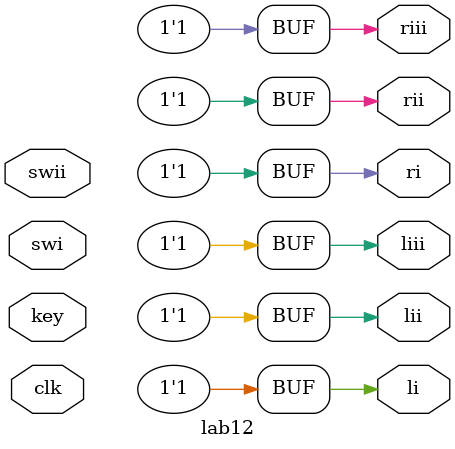
<source format=sv>
typedef enum logic[2:0]{ A=3'b111, B=3'b110, C=3'b100, D=3'b000} state_t;
typedef enum logic[2:0]{ AA=3'b111, BB=3'b110, CC=3'b100, DD=3'b000} state_tt;

module next_state(input logic k, si, sii,input state_t cs,input state_tt css, output state_t ns,output state_tt nss);
    always_comb begin
    if(k == 0) begin
        ns = (cs == A)? D:A;
        nss = (css == AA)? DD:AA;
    end 

    else if(si == 1) begin
			nss = AA;
        if(cs == A) 
            ns = B;
        else if(cs == B)
            ns = C;		
        else if(cs == C)
            ns = D;	
        else 
            ns = A;
    end 
    else if(sii == 1) begin
			ns = A;
        if(css == AA)
				nss = BB;
        else if(css == BB)
            nss = CC;
        else if(css == CC)
            nss = DD;
        else 
            nss = AA;
		
    end
    else begin 
		ns = A;
		nss = AA;
	 end
end
endmodule

module d_flipflop (input logic d, clk, output logic q);
    always_ff @(posedge clk) begin
        q <= d;
    end
endmodule

module gen_output(input state_t cs,input state_tt css, output logic ol, oll, olll, oor, orr, orrr);
	 always_comb begin
	 
		{olll,oll,ol} = cs;
		{orrr,orr,oor} = css;
		
	 end
endmodule

module fsm (input logic inKey, inSwI, inSwII, clk, output logic outl, outll, outlll, outr, outrr, outrrr);
    state_t cs, ns;
    state_tt cs_r, ns_r;
    
    initial begin
        ns = A;
        cs = A;
        cs_r = AA;
        ns_r = AA;
    end

    // Connect modules
    next_state nxt ( .cs(cs), .ns(ns), .css(cs_r), .nss(ns_r), .k(inKey), .si(inSwI), .sii(inSwII));

    d_flipflop b0_l ( .d(ns[0]), .clk(clk), .q(cs[0]) );
    d_flipflop b1_l ( .d(ns[1]), .clk(clk), .q(cs[1]) );
    d_flipflop b2_l ( .d(ns[2]), .clk(clk), .q(cs[2]) );

    d_flipflop b0_r ( .d(ns_r[0]), .clk(clk), .q(cs_r[0]) );
    d_flipflop b1_r ( .d(ns_r[1]), .clk(clk), .q(cs_r[1]) );
    d_flipflop b2_r ( .d(ns_r[2]), .clk(clk), .q(cs_r[2]) );

    gen_output gen ( .cs(cs), .css(cs_r), .ol(outl), .oll(outll), .olll(outlll), 
								  .oor(outr), .orr(outrr), .orrr(outrrr));
endmodule


module lab12(input logic clk, key, swi, swii, output logic li, lii, liii, ri, rii, riii);
	 integer counter;
	 logic clk_out,clk_use;
    initial begin
		  counter = 1000;
		  clk_use = 0;
		 
		  {li, lii, liii, ri, rii, riii} = 6'b111111;
        //$dumpfile("dump.vcd");
        //$dumpvars(1);
    end
    PLL pll_component(clk,clk_out);
	 fsm fsm1( .inKey(key), .inSwI(swi), .inSwII(swii), .outl(li), .outll(lii),
				  .outlll(liii), .outr(ri), .outrr(rii), .outrrr(riii), .clk(clk_use) );
    always_ff @(posedge clk_out) begin
   	 if(counter != 0)
   		 counter = counter - 1;
   	 else begin
   		 counter = 1000;
			 clk_use = ~clk_use;
			
   	 end
    end
endmodule

</source>
